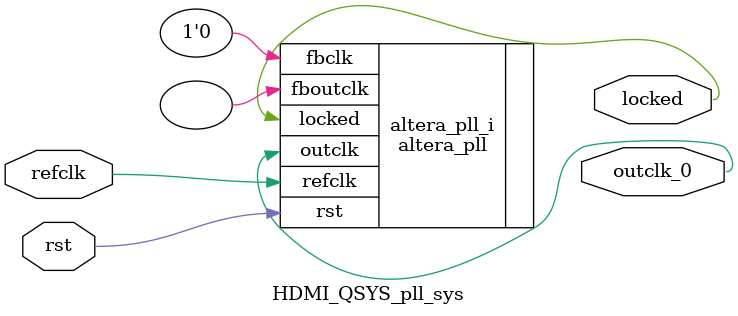
<source format=v>
`timescale 1ns/10ps
module  HDMI_QSYS_pll_sys(

	// interface 'refclk'
	input wire refclk,

	// interface 'reset'
	input wire rst,

	// interface 'outclk0'
	output wire outclk_0,

	// interface 'locked'
	output wire locked
);

	altera_pll #(
		.fractional_vco_multiplier("false"),
		.reference_clock_frequency("50.0 MHz"),
		.operation_mode("normal"),
		.number_of_clocks(1),
		.output_clock_frequency0("50.0 MHz"),
		.phase_shift0("0 ps"),
		.duty_cycle0(50),
		.output_clock_frequency1("0 MHz"),
		.phase_shift1("0 ps"),
		.duty_cycle1(50),
		.output_clock_frequency2("0 MHz"),
		.phase_shift2("0 ps"),
		.duty_cycle2(50),
		.output_clock_frequency3("0 MHz"),
		.phase_shift3("0 ps"),
		.duty_cycle3(50),
		.output_clock_frequency4("0 MHz"),
		.phase_shift4("0 ps"),
		.duty_cycle4(50),
		.output_clock_frequency5("0 MHz"),
		.phase_shift5("0 ps"),
		.duty_cycle5(50),
		.output_clock_frequency6("0 MHz"),
		.phase_shift6("0 ps"),
		.duty_cycle6(50),
		.output_clock_frequency7("0 MHz"),
		.phase_shift7("0 ps"),
		.duty_cycle7(50),
		.output_clock_frequency8("0 MHz"),
		.phase_shift8("0 ps"),
		.duty_cycle8(50),
		.output_clock_frequency9("0 MHz"),
		.phase_shift9("0 ps"),
		.duty_cycle9(50),
		.output_clock_frequency10("0 MHz"),
		.phase_shift10("0 ps"),
		.duty_cycle10(50),
		.output_clock_frequency11("0 MHz"),
		.phase_shift11("0 ps"),
		.duty_cycle11(50),
		.output_clock_frequency12("0 MHz"),
		.phase_shift12("0 ps"),
		.duty_cycle12(50),
		.output_clock_frequency13("0 MHz"),
		.phase_shift13("0 ps"),
		.duty_cycle13(50),
		.output_clock_frequency14("0 MHz"),
		.phase_shift14("0 ps"),
		.duty_cycle14(50),
		.output_clock_frequency15("0 MHz"),
		.phase_shift15("0 ps"),
		.duty_cycle15(50),
		.output_clock_frequency16("0 MHz"),
		.phase_shift16("0 ps"),
		.duty_cycle16(50),
		.output_clock_frequency17("0 MHz"),
		.phase_shift17("0 ps"),
		.duty_cycle17(50),
		.pll_type("General"),
		.pll_subtype("General")
	) altera_pll_i (
		.outclk	({outclk_0}),
		.locked	(locked),
		.fboutclk	( ),
		.fbclk	(1'b0),
		.rst	(rst),
		.refclk	(refclk)
	);
endmodule


</source>
